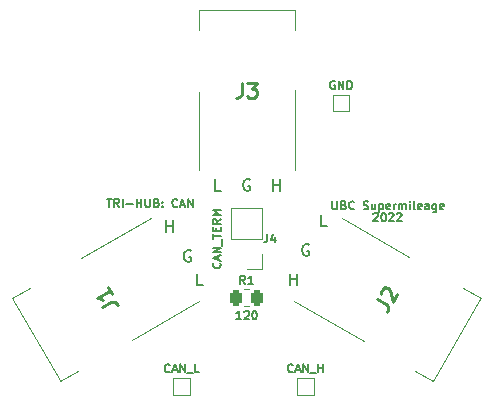
<source format=gto>
G04 #@! TF.GenerationSoftware,KiCad,Pcbnew,(6.0.7-1)-1*
G04 #@! TF.CreationDate,2022-12-01T13:28:40-08:00*
G04 #@! TF.ProjectId,can-hub-pcb,63616e2d-6875-4622-9d70-63622e6b6963,rev?*
G04 #@! TF.SameCoordinates,Original*
G04 #@! TF.FileFunction,Legend,Top*
G04 #@! TF.FilePolarity,Positive*
%FSLAX46Y46*%
G04 Gerber Fmt 4.6, Leading zero omitted, Abs format (unit mm)*
G04 Created by KiCad (PCBNEW (6.0.7-1)-1) date 2022-12-01 13:28:40*
%MOMM*%
%LPD*%
G01*
G04 APERTURE LIST*
G04 Aperture macros list*
%AMRoundRect*
0 Rectangle with rounded corners*
0 $1 Rounding radius*
0 $2 $3 $4 $5 $6 $7 $8 $9 X,Y pos of 4 corners*
0 Add a 4 corners polygon primitive as box body*
4,1,4,$2,$3,$4,$5,$6,$7,$8,$9,$2,$3,0*
0 Add four circle primitives for the rounded corners*
1,1,$1+$1,$2,$3*
1,1,$1+$1,$4,$5*
1,1,$1+$1,$6,$7*
1,1,$1+$1,$8,$9*
0 Add four rect primitives between the rounded corners*
20,1,$1+$1,$2,$3,$4,$5,0*
20,1,$1+$1,$4,$5,$6,$7,0*
20,1,$1+$1,$6,$7,$8,$9,0*
20,1,$1+$1,$8,$9,$2,$3,0*%
%AMRotRect*
0 Rectangle, with rotation*
0 The origin of the aperture is its center*
0 $1 length*
0 $2 width*
0 $3 Rotation angle, in degrees counterclockwise*
0 Add horizontal line*
21,1,$1,$2,0,0,$3*%
G04 Aperture macros list end*
%ADD10C,0.150000*%
%ADD11C,0.254000*%
%ADD12C,0.120000*%
%ADD13C,0.100000*%
%ADD14R,1.700000X1.700000*%
%ADD15O,1.700000X1.700000*%
%ADD16RoundRect,0.250000X0.262500X0.450000X-0.262500X0.450000X-0.262500X-0.450000X0.262500X-0.450000X0*%
%ADD17R,1.000000X1.000000*%
%ADD18C,3.450000*%
%ADD19R,1.755000X1.755000*%
%ADD20C,1.755000*%
%ADD21C,3.200000*%
%ADD22RotRect,1.755000X1.755000X60.000000*%
%ADD23RotRect,1.755000X1.755000X300.000000*%
G04 APERTURE END LIST*
D10*
X164764166Y-96316666D02*
X164764166Y-96883333D01*
X164797500Y-96950000D01*
X164830833Y-96983333D01*
X164897500Y-97016666D01*
X165030833Y-97016666D01*
X165097500Y-96983333D01*
X165130833Y-96950000D01*
X165164166Y-96883333D01*
X165164166Y-96316666D01*
X165730833Y-96650000D02*
X165830833Y-96683333D01*
X165864166Y-96716666D01*
X165897500Y-96783333D01*
X165897500Y-96883333D01*
X165864166Y-96950000D01*
X165830833Y-96983333D01*
X165764166Y-97016666D01*
X165497500Y-97016666D01*
X165497500Y-96316666D01*
X165730833Y-96316666D01*
X165797500Y-96350000D01*
X165830833Y-96383333D01*
X165864166Y-96450000D01*
X165864166Y-96516666D01*
X165830833Y-96583333D01*
X165797500Y-96616666D01*
X165730833Y-96650000D01*
X165497500Y-96650000D01*
X166597500Y-96950000D02*
X166564166Y-96983333D01*
X166464166Y-97016666D01*
X166397500Y-97016666D01*
X166297500Y-96983333D01*
X166230833Y-96916666D01*
X166197500Y-96850000D01*
X166164166Y-96716666D01*
X166164166Y-96616666D01*
X166197500Y-96483333D01*
X166230833Y-96416666D01*
X166297500Y-96350000D01*
X166397500Y-96316666D01*
X166464166Y-96316666D01*
X166564166Y-96350000D01*
X166597500Y-96383333D01*
X167397500Y-96983333D02*
X167497500Y-97016666D01*
X167664166Y-97016666D01*
X167730833Y-96983333D01*
X167764166Y-96950000D01*
X167797500Y-96883333D01*
X167797500Y-96816666D01*
X167764166Y-96750000D01*
X167730833Y-96716666D01*
X167664166Y-96683333D01*
X167530833Y-96650000D01*
X167464166Y-96616666D01*
X167430833Y-96583333D01*
X167397500Y-96516666D01*
X167397500Y-96450000D01*
X167430833Y-96383333D01*
X167464166Y-96350000D01*
X167530833Y-96316666D01*
X167697500Y-96316666D01*
X167797500Y-96350000D01*
X168397500Y-96550000D02*
X168397500Y-97016666D01*
X168097500Y-96550000D02*
X168097500Y-96916666D01*
X168130833Y-96983333D01*
X168197500Y-97016666D01*
X168297500Y-97016666D01*
X168364166Y-96983333D01*
X168397500Y-96950000D01*
X168730833Y-96550000D02*
X168730833Y-97250000D01*
X168730833Y-96583333D02*
X168797500Y-96550000D01*
X168930833Y-96550000D01*
X168997500Y-96583333D01*
X169030833Y-96616666D01*
X169064166Y-96683333D01*
X169064166Y-96883333D01*
X169030833Y-96950000D01*
X168997500Y-96983333D01*
X168930833Y-97016666D01*
X168797500Y-97016666D01*
X168730833Y-96983333D01*
X169630833Y-96983333D02*
X169564166Y-97016666D01*
X169430833Y-97016666D01*
X169364166Y-96983333D01*
X169330833Y-96916666D01*
X169330833Y-96650000D01*
X169364166Y-96583333D01*
X169430833Y-96550000D01*
X169564166Y-96550000D01*
X169630833Y-96583333D01*
X169664166Y-96650000D01*
X169664166Y-96716666D01*
X169330833Y-96783333D01*
X169964166Y-97016666D02*
X169964166Y-96550000D01*
X169964166Y-96683333D02*
X169997500Y-96616666D01*
X170030833Y-96583333D01*
X170097500Y-96550000D01*
X170164166Y-96550000D01*
X170397500Y-97016666D02*
X170397500Y-96550000D01*
X170397500Y-96616666D02*
X170430833Y-96583333D01*
X170497500Y-96550000D01*
X170597500Y-96550000D01*
X170664166Y-96583333D01*
X170697500Y-96650000D01*
X170697500Y-97016666D01*
X170697500Y-96650000D02*
X170730833Y-96583333D01*
X170797500Y-96550000D01*
X170897500Y-96550000D01*
X170964166Y-96583333D01*
X170997500Y-96650000D01*
X170997500Y-97016666D01*
X171330833Y-97016666D02*
X171330833Y-96550000D01*
X171330833Y-96316666D02*
X171297500Y-96350000D01*
X171330833Y-96383333D01*
X171364166Y-96350000D01*
X171330833Y-96316666D01*
X171330833Y-96383333D01*
X171764166Y-97016666D02*
X171697500Y-96983333D01*
X171664166Y-96916666D01*
X171664166Y-96316666D01*
X172297500Y-96983333D02*
X172230833Y-97016666D01*
X172097500Y-97016666D01*
X172030833Y-96983333D01*
X171997500Y-96916666D01*
X171997500Y-96650000D01*
X172030833Y-96583333D01*
X172097500Y-96550000D01*
X172230833Y-96550000D01*
X172297500Y-96583333D01*
X172330833Y-96650000D01*
X172330833Y-96716666D01*
X171997500Y-96783333D01*
X172930833Y-97016666D02*
X172930833Y-96650000D01*
X172897500Y-96583333D01*
X172830833Y-96550000D01*
X172697500Y-96550000D01*
X172630833Y-96583333D01*
X172930833Y-96983333D02*
X172864166Y-97016666D01*
X172697500Y-97016666D01*
X172630833Y-96983333D01*
X172597500Y-96916666D01*
X172597500Y-96850000D01*
X172630833Y-96783333D01*
X172697500Y-96750000D01*
X172864166Y-96750000D01*
X172930833Y-96716666D01*
X173564166Y-96550000D02*
X173564166Y-97116666D01*
X173530833Y-97183333D01*
X173497500Y-97216666D01*
X173430833Y-97250000D01*
X173330833Y-97250000D01*
X173264166Y-97216666D01*
X173564166Y-96983333D02*
X173497500Y-97016666D01*
X173364166Y-97016666D01*
X173297500Y-96983333D01*
X173264166Y-96950000D01*
X173230833Y-96883333D01*
X173230833Y-96683333D01*
X173264166Y-96616666D01*
X173297500Y-96583333D01*
X173364166Y-96550000D01*
X173497500Y-96550000D01*
X173564166Y-96583333D01*
X174164166Y-96983333D02*
X174097500Y-97016666D01*
X173964166Y-97016666D01*
X173897500Y-96983333D01*
X173864166Y-96916666D01*
X173864166Y-96650000D01*
X173897500Y-96583333D01*
X173964166Y-96550000D01*
X174097500Y-96550000D01*
X174164166Y-96583333D01*
X174197500Y-96650000D01*
X174197500Y-96716666D01*
X173864166Y-96783333D01*
X152761904Y-100500000D02*
X152666666Y-100452380D01*
X152523809Y-100452380D01*
X152380952Y-100500000D01*
X152285714Y-100595238D01*
X152238095Y-100690476D01*
X152190476Y-100880952D01*
X152190476Y-101023809D01*
X152238095Y-101214285D01*
X152285714Y-101309523D01*
X152380952Y-101404761D01*
X152523809Y-101452380D01*
X152619047Y-101452380D01*
X152761904Y-101404761D01*
X152809523Y-101357142D01*
X152809523Y-101023809D01*
X152619047Y-101023809D01*
X153809523Y-103452380D02*
X153333333Y-103452380D01*
X153333333Y-102452380D01*
X162761904Y-100000000D02*
X162666666Y-99952380D01*
X162523809Y-99952380D01*
X162380952Y-100000000D01*
X162285714Y-100095238D01*
X162238095Y-100190476D01*
X162190476Y-100380952D01*
X162190476Y-100523809D01*
X162238095Y-100714285D01*
X162285714Y-100809523D01*
X162380952Y-100904761D01*
X162523809Y-100952380D01*
X162619047Y-100952380D01*
X162761904Y-100904761D01*
X162809523Y-100857142D01*
X162809523Y-100523809D01*
X162619047Y-100523809D01*
X155309523Y-95452380D02*
X154833333Y-95452380D01*
X154833333Y-94452380D01*
X161214285Y-103452380D02*
X161214285Y-102452380D01*
X161214285Y-102928571D02*
X161785714Y-102928571D01*
X161785714Y-103452380D02*
X161785714Y-102452380D01*
X168230833Y-97383333D02*
X168264166Y-97350000D01*
X168330833Y-97316666D01*
X168497500Y-97316666D01*
X168564166Y-97350000D01*
X168597500Y-97383333D01*
X168630833Y-97450000D01*
X168630833Y-97516666D01*
X168597500Y-97616666D01*
X168197500Y-98016666D01*
X168630833Y-98016666D01*
X169064166Y-97316666D02*
X169130833Y-97316666D01*
X169197500Y-97350000D01*
X169230833Y-97383333D01*
X169264166Y-97450000D01*
X169297500Y-97583333D01*
X169297500Y-97750000D01*
X169264166Y-97883333D01*
X169230833Y-97950000D01*
X169197500Y-97983333D01*
X169130833Y-98016666D01*
X169064166Y-98016666D01*
X168997500Y-97983333D01*
X168964166Y-97950000D01*
X168930833Y-97883333D01*
X168897500Y-97750000D01*
X168897500Y-97583333D01*
X168930833Y-97450000D01*
X168964166Y-97383333D01*
X168997500Y-97350000D01*
X169064166Y-97316666D01*
X169564166Y-97383333D02*
X169597500Y-97350000D01*
X169664166Y-97316666D01*
X169830833Y-97316666D01*
X169897500Y-97350000D01*
X169930833Y-97383333D01*
X169964166Y-97450000D01*
X169964166Y-97516666D01*
X169930833Y-97616666D01*
X169530833Y-98016666D01*
X169964166Y-98016666D01*
X170230833Y-97383333D02*
X170264166Y-97350000D01*
X170330833Y-97316666D01*
X170497500Y-97316666D01*
X170564166Y-97350000D01*
X170597500Y-97383333D01*
X170630833Y-97450000D01*
X170630833Y-97516666D01*
X170597500Y-97616666D01*
X170197500Y-98016666D01*
X170630833Y-98016666D01*
X157761904Y-94500000D02*
X157666666Y-94452380D01*
X157523809Y-94452380D01*
X157380952Y-94500000D01*
X157285714Y-94595238D01*
X157238095Y-94690476D01*
X157190476Y-94880952D01*
X157190476Y-95023809D01*
X157238095Y-95214285D01*
X157285714Y-95309523D01*
X157380952Y-95404761D01*
X157523809Y-95452380D01*
X157619047Y-95452380D01*
X157761904Y-95404761D01*
X157809523Y-95357142D01*
X157809523Y-95023809D01*
X157619047Y-95023809D01*
X150714285Y-98952380D02*
X150714285Y-97952380D01*
X150714285Y-98428571D02*
X151285714Y-98428571D01*
X151285714Y-98952380D02*
X151285714Y-97952380D01*
X164309523Y-98452380D02*
X163833333Y-98452380D01*
X163833333Y-97452380D01*
X159714285Y-95452380D02*
X159714285Y-94452380D01*
X159714285Y-94928571D02*
X160285714Y-94928571D01*
X160285714Y-95452380D02*
X160285714Y-94452380D01*
X145664166Y-96116666D02*
X146064166Y-96116666D01*
X145864166Y-96816666D02*
X145864166Y-96116666D01*
X146697500Y-96816666D02*
X146464166Y-96483333D01*
X146297500Y-96816666D02*
X146297500Y-96116666D01*
X146564166Y-96116666D01*
X146630833Y-96150000D01*
X146664166Y-96183333D01*
X146697500Y-96250000D01*
X146697500Y-96350000D01*
X146664166Y-96416666D01*
X146630833Y-96450000D01*
X146564166Y-96483333D01*
X146297500Y-96483333D01*
X146997500Y-96816666D02*
X146997500Y-96116666D01*
X147330833Y-96550000D02*
X147864166Y-96550000D01*
X148197500Y-96816666D02*
X148197500Y-96116666D01*
X148197500Y-96450000D02*
X148597500Y-96450000D01*
X148597500Y-96816666D02*
X148597500Y-96116666D01*
X148930833Y-96116666D02*
X148930833Y-96683333D01*
X148964166Y-96750000D01*
X148997500Y-96783333D01*
X149064166Y-96816666D01*
X149197500Y-96816666D01*
X149264166Y-96783333D01*
X149297500Y-96750000D01*
X149330833Y-96683333D01*
X149330833Y-96116666D01*
X149897500Y-96450000D02*
X149997500Y-96483333D01*
X150030833Y-96516666D01*
X150064166Y-96583333D01*
X150064166Y-96683333D01*
X150030833Y-96750000D01*
X149997500Y-96783333D01*
X149930833Y-96816666D01*
X149664166Y-96816666D01*
X149664166Y-96116666D01*
X149897500Y-96116666D01*
X149964166Y-96150000D01*
X149997500Y-96183333D01*
X150030833Y-96250000D01*
X150030833Y-96316666D01*
X149997500Y-96383333D01*
X149964166Y-96416666D01*
X149897500Y-96450000D01*
X149664166Y-96450000D01*
X150364166Y-96750000D02*
X150397500Y-96783333D01*
X150364166Y-96816666D01*
X150330833Y-96783333D01*
X150364166Y-96750000D01*
X150364166Y-96816666D01*
X150364166Y-96383333D02*
X150397500Y-96416666D01*
X150364166Y-96450000D01*
X150330833Y-96416666D01*
X150364166Y-96383333D01*
X150364166Y-96450000D01*
X151630833Y-96750000D02*
X151597500Y-96783333D01*
X151497500Y-96816666D01*
X151430833Y-96816666D01*
X151330833Y-96783333D01*
X151264166Y-96716666D01*
X151230833Y-96650000D01*
X151197500Y-96516666D01*
X151197500Y-96416666D01*
X151230833Y-96283333D01*
X151264166Y-96216666D01*
X151330833Y-96150000D01*
X151430833Y-96116666D01*
X151497500Y-96116666D01*
X151597500Y-96150000D01*
X151630833Y-96183333D01*
X151897500Y-96616666D02*
X152230833Y-96616666D01*
X151830833Y-96816666D02*
X152064166Y-96116666D01*
X152297500Y-96816666D01*
X152530833Y-96816666D02*
X152530833Y-96116666D01*
X152930833Y-96816666D01*
X152930833Y-96116666D01*
X159266666Y-99116666D02*
X159266666Y-99616666D01*
X159233333Y-99716666D01*
X159166666Y-99783333D01*
X159066666Y-99816666D01*
X159000000Y-99816666D01*
X159900000Y-99350000D02*
X159900000Y-99816666D01*
X159733333Y-99083333D02*
X159566666Y-99583333D01*
X160000000Y-99583333D01*
X155250000Y-101550000D02*
X155283333Y-101583333D01*
X155316666Y-101683333D01*
X155316666Y-101750000D01*
X155283333Y-101850000D01*
X155216666Y-101916666D01*
X155150000Y-101950000D01*
X155016666Y-101983333D01*
X154916666Y-101983333D01*
X154783333Y-101950000D01*
X154716666Y-101916666D01*
X154650000Y-101850000D01*
X154616666Y-101750000D01*
X154616666Y-101683333D01*
X154650000Y-101583333D01*
X154683333Y-101550000D01*
X155116666Y-101283333D02*
X155116666Y-100950000D01*
X155316666Y-101350000D02*
X154616666Y-101116666D01*
X155316666Y-100883333D01*
X155316666Y-100650000D02*
X154616666Y-100650000D01*
X155316666Y-100250000D01*
X154616666Y-100250000D01*
X155383333Y-100083333D02*
X155383333Y-99550000D01*
X154616666Y-99483333D02*
X154616666Y-99083333D01*
X155316666Y-99283333D02*
X154616666Y-99283333D01*
X154950000Y-98850000D02*
X154950000Y-98616666D01*
X155316666Y-98516666D02*
X155316666Y-98850000D01*
X154616666Y-98850000D01*
X154616666Y-98516666D01*
X155316666Y-97816666D02*
X154983333Y-98050000D01*
X155316666Y-98216666D02*
X154616666Y-98216666D01*
X154616666Y-97950000D01*
X154650000Y-97883333D01*
X154683333Y-97850000D01*
X154750000Y-97816666D01*
X154850000Y-97816666D01*
X154916666Y-97850000D01*
X154950000Y-97883333D01*
X154983333Y-97950000D01*
X154983333Y-98216666D01*
X155316666Y-97516666D02*
X154616666Y-97516666D01*
X155116666Y-97283333D01*
X154616666Y-97050000D01*
X155316666Y-97050000D01*
X157383333Y-103316666D02*
X157150000Y-102983333D01*
X156983333Y-103316666D02*
X156983333Y-102616666D01*
X157250000Y-102616666D01*
X157316666Y-102650000D01*
X157350000Y-102683333D01*
X157383333Y-102750000D01*
X157383333Y-102850000D01*
X157350000Y-102916666D01*
X157316666Y-102950000D01*
X157250000Y-102983333D01*
X156983333Y-102983333D01*
X158050000Y-103316666D02*
X157650000Y-103316666D01*
X157850000Y-103316666D02*
X157850000Y-102616666D01*
X157783333Y-102716666D01*
X157716666Y-102783333D01*
X157650000Y-102816666D01*
X157033333Y-106316666D02*
X156633333Y-106316666D01*
X156833333Y-106316666D02*
X156833333Y-105616666D01*
X156766666Y-105716666D01*
X156700000Y-105783333D01*
X156633333Y-105816666D01*
X157300000Y-105683333D02*
X157333333Y-105650000D01*
X157400000Y-105616666D01*
X157566666Y-105616666D01*
X157633333Y-105650000D01*
X157666666Y-105683333D01*
X157700000Y-105750000D01*
X157700000Y-105816666D01*
X157666666Y-105916666D01*
X157266666Y-106316666D01*
X157700000Y-106316666D01*
X158133333Y-105616666D02*
X158200000Y-105616666D01*
X158266666Y-105650000D01*
X158300000Y-105683333D01*
X158333333Y-105750000D01*
X158366666Y-105883333D01*
X158366666Y-106050000D01*
X158333333Y-106183333D01*
X158300000Y-106250000D01*
X158266666Y-106283333D01*
X158200000Y-106316666D01*
X158133333Y-106316666D01*
X158066666Y-106283333D01*
X158033333Y-106250000D01*
X158000000Y-106183333D01*
X157966666Y-106050000D01*
X157966666Y-105883333D01*
X158000000Y-105750000D01*
X158033333Y-105683333D01*
X158066666Y-105650000D01*
X158133333Y-105616666D01*
X151000000Y-110750000D02*
X150966666Y-110783333D01*
X150866666Y-110816666D01*
X150800000Y-110816666D01*
X150700000Y-110783333D01*
X150633333Y-110716666D01*
X150600000Y-110650000D01*
X150566666Y-110516666D01*
X150566666Y-110416666D01*
X150600000Y-110283333D01*
X150633333Y-110216666D01*
X150700000Y-110150000D01*
X150800000Y-110116666D01*
X150866666Y-110116666D01*
X150966666Y-110150000D01*
X151000000Y-110183333D01*
X151266666Y-110616666D02*
X151600000Y-110616666D01*
X151200000Y-110816666D02*
X151433333Y-110116666D01*
X151666666Y-110816666D01*
X151900000Y-110816666D02*
X151900000Y-110116666D01*
X152300000Y-110816666D01*
X152300000Y-110116666D01*
X152466666Y-110883333D02*
X153000000Y-110883333D01*
X153500000Y-110816666D02*
X153166666Y-110816666D01*
X153166666Y-110116666D01*
D11*
X157076666Y-86304523D02*
X157076666Y-87211666D01*
X157016190Y-87393095D01*
X156895238Y-87514047D01*
X156713809Y-87574523D01*
X156592857Y-87574523D01*
X157560476Y-86304523D02*
X158346666Y-86304523D01*
X157923333Y-86788333D01*
X158104761Y-86788333D01*
X158225714Y-86848809D01*
X158286190Y-86909285D01*
X158346666Y-87030238D01*
X158346666Y-87332619D01*
X158286190Y-87453571D01*
X158225714Y-87514047D01*
X158104761Y-87574523D01*
X157741904Y-87574523D01*
X157620952Y-87514047D01*
X157560476Y-87453571D01*
X168534382Y-104613584D02*
X169319991Y-105067155D01*
X169446874Y-105210243D01*
X169491146Y-105375467D01*
X169452805Y-105562827D01*
X169392329Y-105667575D01*
X168911272Y-104202695D02*
X168889137Y-104120083D01*
X168897239Y-103985097D01*
X169048429Y-103723227D01*
X169161280Y-103648717D01*
X169243892Y-103626582D01*
X169378877Y-103634684D01*
X169483625Y-103695160D01*
X169610509Y-103838248D01*
X169876139Y-104829592D01*
X170269234Y-104148732D01*
X145261017Y-105308650D02*
X146046626Y-104855079D01*
X146233986Y-104816738D01*
X146399210Y-104861010D01*
X146542298Y-104987894D01*
X146602774Y-105092641D01*
X145725869Y-103573798D02*
X146088727Y-104202285D01*
X145907298Y-103888041D02*
X144807446Y-104523041D01*
X145025044Y-104537075D01*
X145190268Y-104581346D01*
X145303118Y-104655856D01*
D10*
X164966666Y-86150000D02*
X164900000Y-86116666D01*
X164800000Y-86116666D01*
X164700000Y-86150000D01*
X164633333Y-86216666D01*
X164600000Y-86283333D01*
X164566666Y-86416666D01*
X164566666Y-86516666D01*
X164600000Y-86650000D01*
X164633333Y-86716666D01*
X164700000Y-86783333D01*
X164800000Y-86816666D01*
X164866666Y-86816666D01*
X164966666Y-86783333D01*
X165000000Y-86750000D01*
X165000000Y-86516666D01*
X164866666Y-86516666D01*
X165300000Y-86816666D02*
X165300000Y-86116666D01*
X165700000Y-86816666D01*
X165700000Y-86116666D01*
X166033333Y-86816666D02*
X166033333Y-86116666D01*
X166200000Y-86116666D01*
X166300000Y-86150000D01*
X166366666Y-86216666D01*
X166400000Y-86283333D01*
X166433333Y-86416666D01*
X166433333Y-86516666D01*
X166400000Y-86650000D01*
X166366666Y-86716666D01*
X166300000Y-86783333D01*
X166200000Y-86816666D01*
X166033333Y-86816666D01*
X161416666Y-110750000D02*
X161383333Y-110783333D01*
X161283333Y-110816666D01*
X161216666Y-110816666D01*
X161116666Y-110783333D01*
X161050000Y-110716666D01*
X161016666Y-110650000D01*
X160983333Y-110516666D01*
X160983333Y-110416666D01*
X161016666Y-110283333D01*
X161050000Y-110216666D01*
X161116666Y-110150000D01*
X161216666Y-110116666D01*
X161283333Y-110116666D01*
X161383333Y-110150000D01*
X161416666Y-110183333D01*
X161683333Y-110616666D02*
X162016666Y-110616666D01*
X161616666Y-110816666D02*
X161850000Y-110116666D01*
X162083333Y-110816666D01*
X162316666Y-110816666D02*
X162316666Y-110116666D01*
X162716666Y-110816666D01*
X162716666Y-110116666D01*
X162883333Y-110883333D02*
X163416666Y-110883333D01*
X163583333Y-110816666D02*
X163583333Y-110116666D01*
X163583333Y-110450000D02*
X163983333Y-110450000D01*
X163983333Y-110816666D02*
X163983333Y-110116666D01*
D12*
X158830000Y-102105000D02*
X157500000Y-102105000D01*
X158830000Y-99505000D02*
X158830000Y-96905000D01*
X158830000Y-99505000D02*
X156170000Y-99505000D01*
X158830000Y-100775000D02*
X158830000Y-102105000D01*
X156170000Y-99505000D02*
X156170000Y-96905000D01*
X158830000Y-96905000D02*
X156170000Y-96905000D01*
X157727064Y-103765000D02*
X157272936Y-103765000D01*
X157727064Y-105235000D02*
X157272936Y-105235000D01*
X151300000Y-112700000D02*
X151300000Y-111300000D01*
X152700000Y-111300000D02*
X152700000Y-112700000D01*
X152700000Y-112700000D02*
X151300000Y-112700000D01*
X151300000Y-111300000D02*
X152700000Y-111300000D01*
D13*
X161565000Y-80126000D02*
X153500000Y-80126000D01*
X153435000Y-81866000D02*
X153435000Y-81866000D01*
X161565000Y-93716000D02*
X161565000Y-93716000D01*
X153500000Y-80126000D02*
X161565000Y-80126000D01*
X153435000Y-87116000D02*
X153435000Y-93716000D01*
X153500000Y-80126000D02*
X153500000Y-80126000D01*
X161565000Y-93716000D02*
X161565000Y-86866000D01*
X161565000Y-80126000D02*
X161565000Y-80126000D01*
X161565000Y-80126000D02*
X161565000Y-81866000D01*
X153435000Y-80116000D02*
X153435000Y-81866000D01*
X161565000Y-81866000D02*
X161565000Y-81866000D01*
X161565000Y-86866000D02*
X161565000Y-93716000D01*
X153435000Y-81866000D02*
X153435000Y-80116000D01*
X153435000Y-87116000D02*
X153435000Y-87116000D01*
X161565000Y-81866000D02*
X161565000Y-80126000D01*
X153435000Y-80116000D02*
X153435000Y-80116000D01*
X153435000Y-93716000D02*
X153435000Y-93716000D01*
X161565000Y-86866000D02*
X161565000Y-86866000D01*
X153435000Y-93716000D02*
X153435000Y-87116000D01*
X161565000Y-80126000D02*
X161565000Y-80126000D01*
X173268907Y-111552098D02*
X173268907Y-111552098D01*
X175827023Y-103641311D02*
X177342567Y-104516311D01*
X177342567Y-104516311D02*
X175827023Y-103641311D01*
X177301407Y-104567603D02*
X177301407Y-104567603D01*
X167431896Y-108182098D02*
X161499622Y-104757098D01*
X171762023Y-110682098D02*
X171762023Y-110682098D01*
X171762023Y-110682098D02*
X173268907Y-111552098D01*
X161499622Y-104757098D02*
X167431896Y-108182098D01*
X165564622Y-97716311D02*
X171280390Y-101016311D01*
X177342567Y-104516311D02*
X177342567Y-104516311D01*
X161499622Y-104757098D02*
X161499622Y-104757098D01*
X173268907Y-111552098D02*
X177301407Y-104567603D01*
X177301407Y-104567603D02*
X173268907Y-111552098D01*
X167431896Y-108182098D02*
X167431896Y-108182098D01*
X171280390Y-101016311D02*
X165564622Y-97716311D01*
X165564622Y-97716311D02*
X165564622Y-97716311D01*
X171280390Y-101016311D02*
X171280390Y-101016311D01*
X173268907Y-111552098D02*
X173268907Y-111552098D01*
X173268907Y-111552098D02*
X171762023Y-110682098D01*
X175827023Y-103641311D02*
X175827023Y-103641311D01*
X143503104Y-101140902D02*
X149435378Y-97715902D01*
X143237977Y-110681689D02*
X143237977Y-110681689D01*
X139172977Y-103640902D02*
X139172977Y-103640902D01*
X137666093Y-104510902D02*
X141698593Y-111495397D01*
X141698593Y-111495397D02*
X141698593Y-111495397D01*
X137666093Y-104510902D02*
X137666093Y-104510902D01*
X153500378Y-104756689D02*
X147784610Y-108056689D01*
X143237977Y-110681689D02*
X141722433Y-111556689D01*
X141698593Y-111495397D02*
X137666093Y-104510902D01*
X141722433Y-111556689D02*
X141722433Y-111556689D01*
X147784610Y-108056689D02*
X147784610Y-108056689D01*
X153500378Y-104756689D02*
X153500378Y-104756689D01*
X147784610Y-108056689D02*
X153500378Y-104756689D01*
X149435378Y-97715902D02*
X149435378Y-97715902D01*
X141722433Y-111556689D02*
X143237977Y-110681689D01*
X143503104Y-101140902D02*
X143503104Y-101140902D01*
X137666093Y-104510902D02*
X139172977Y-103640902D01*
X137666093Y-104510902D02*
X137666093Y-104510902D01*
X139172977Y-103640902D02*
X137666093Y-104510902D01*
X149435378Y-97715902D02*
X143503104Y-101140902D01*
D12*
X166200000Y-87300000D02*
X166200000Y-88700000D01*
X166200000Y-88700000D02*
X164800000Y-88700000D01*
X164800000Y-87300000D02*
X166200000Y-87300000D01*
X164800000Y-88700000D02*
X164800000Y-87300000D01*
X161800000Y-112700000D02*
X161800000Y-111300000D01*
X161800000Y-111300000D02*
X163200000Y-111300000D01*
X163200000Y-111300000D02*
X163200000Y-112700000D01*
X163200000Y-112700000D02*
X161800000Y-112700000D01*
%LPC*%
D10*
X139684519Y-100198242D02*
X139768073Y-100133978D01*
X139861272Y-99995805D01*
X139870917Y-99921896D01*
X139861922Y-99875622D01*
X139825293Y-99810708D01*
X139770024Y-99773428D01*
X139696115Y-99763783D01*
X139649840Y-99772778D01*
X139584926Y-99809407D01*
X139482733Y-99901306D01*
X139417819Y-99937935D01*
X139371544Y-99946930D01*
X139297635Y-99937285D01*
X139242366Y-99900006D01*
X139205737Y-99835092D01*
X139196742Y-99788817D01*
X139206387Y-99714908D01*
X139299586Y-99576735D01*
X139383140Y-99512471D01*
X140103589Y-99636555D02*
X139716705Y-99375599D01*
X139523263Y-99245120D02*
X139532258Y-99291395D01*
X139578532Y-99282400D01*
X139569537Y-99236126D01*
X139523263Y-99245120D01*
X139578532Y-99282400D01*
X140345906Y-99277306D02*
X140280992Y-99313935D01*
X140207083Y-99304290D01*
X139709660Y-98968774D01*
X140070860Y-98850542D02*
X140550943Y-98973325D01*
X140257258Y-98574196D01*
X140793260Y-98614076D02*
X140406376Y-98353119D01*
X140212934Y-98222641D02*
X140221929Y-98268915D01*
X140268203Y-98259920D01*
X140259208Y-98213646D01*
X140212934Y-98222641D01*
X140268203Y-98259920D01*
X140760532Y-97828062D02*
X141147416Y-98089019D01*
X140592774Y-98076773D02*
X140896754Y-98281811D01*
X140970663Y-98291456D01*
X141035577Y-98254826D01*
X141091497Y-98171922D01*
X141101142Y-98098013D01*
X141092147Y-98051739D01*
X140995804Y-97061988D02*
X141219481Y-96730373D01*
X141687969Y-97287616D02*
X141107643Y-96896181D01*
X141986205Y-96845462D02*
X141921291Y-96882092D01*
X141875017Y-96891086D01*
X141801108Y-96881442D01*
X141635300Y-96769603D01*
X141598671Y-96704689D01*
X141589676Y-96658414D01*
X141599321Y-96584506D01*
X141655240Y-96501602D01*
X141720154Y-96464972D01*
X141766429Y-96455978D01*
X141840338Y-96465622D01*
X142006145Y-96577461D01*
X142042775Y-96642375D01*
X142051769Y-96688650D01*
X142042125Y-96762558D01*
X141986205Y-96845462D01*
X142452199Y-96154598D02*
X141871873Y-95763163D01*
X142424565Y-96135958D02*
X142414920Y-96209867D01*
X142340361Y-96320405D01*
X142275447Y-96357035D01*
X142229172Y-96366029D01*
X142155263Y-96356384D01*
X141989456Y-96244546D01*
X141952826Y-96179632D01*
X141943832Y-96133357D01*
X141953477Y-96059448D01*
X142028036Y-95948910D01*
X142092950Y-95912281D01*
X142760080Y-95638535D02*
X142750436Y-95712444D01*
X142675876Y-95822983D01*
X142610962Y-95859612D01*
X142537053Y-95849967D01*
X142315977Y-95700849D01*
X142279347Y-95635935D01*
X142288992Y-95562026D01*
X142363551Y-95451488D01*
X142428465Y-95414858D01*
X142502374Y-95424503D01*
X142557644Y-95461783D01*
X142426515Y-95775408D01*
X142974113Y-95380829D02*
X142587228Y-95119872D01*
X142697767Y-95194432D02*
X142661137Y-95129517D01*
X142652143Y-95083243D01*
X142661788Y-95009334D01*
X142699067Y-94954065D01*
X143216430Y-95021580D02*
X142829545Y-94760623D01*
X142636103Y-94630145D02*
X142645098Y-94676419D01*
X142691372Y-94667424D01*
X142682378Y-94621150D01*
X142636103Y-94630145D01*
X142691372Y-94667424D01*
X142960024Y-94567181D02*
X143109142Y-94346104D01*
X142822501Y-94353799D02*
X143319923Y-94689314D01*
X143393832Y-94698959D01*
X143458747Y-94662330D01*
X143496026Y-94607061D01*
X143794262Y-94164907D02*
X143490282Y-93959870D01*
X143416373Y-93950225D01*
X143351459Y-93986854D01*
X143276900Y-94097393D01*
X143267255Y-94171302D01*
X143766628Y-94146268D02*
X143756983Y-94220177D01*
X143663784Y-94358350D01*
X143598870Y-94394979D01*
X143524961Y-94385334D01*
X143469692Y-94348054D01*
X143433062Y-94283140D01*
X143442707Y-94209231D01*
X143535906Y-94071058D01*
X143545551Y-93997150D01*
D14*
X157500000Y-100775000D03*
D15*
X157500000Y-98235000D03*
D16*
X158412500Y-104500000D03*
X156587500Y-104500000D03*
D17*
X152000000Y-112000000D03*
D18*
X161310000Y-84366000D03*
X153690000Y-84366000D03*
D19*
X154960000Y-93006000D03*
D20*
X157500000Y-93006000D03*
X160040000Y-93006000D03*
D21*
X157500000Y-110500000D03*
D18*
X169724459Y-109211261D03*
X173534459Y-102612148D03*
D22*
X165417000Y-99392000D03*
D20*
X164147000Y-101591705D03*
X162877000Y-103791409D03*
D18*
X145275541Y-109210852D03*
X141465541Y-102611739D03*
D23*
X152123000Y-103791000D03*
D20*
X150853000Y-101591295D03*
X149583000Y-99391591D03*
D17*
X165500000Y-88000000D03*
X162500000Y-112000000D03*
D21*
X168000000Y-92000000D03*
X147000000Y-92000000D03*
M02*

</source>
